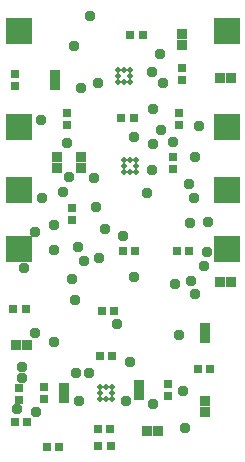
<source format=gbr>
G04 EAGLE Gerber RS-274X export*
G75*
%MOMM*%
%FSLAX34Y34*%
%LPD*%
%INSoldermask Top*%
%IPPOS*%
%AMOC8*
5,1,8,0,0,1.08239X$1,22.5*%
G01*
G04 Define Apertures*
%ADD10R,0.823200X0.853200*%
%ADD11R,0.823200X0.823200*%
%ADD12C,0.509200*%
%ADD13R,0.678200X0.703200*%
%ADD14R,0.703200X0.678200*%
%ADD15R,0.853200X0.823200*%
%ADD16R,2.203200X2.203200*%
%ADD17C,0.959600*%
D10*
X52070Y252755D03*
X52070Y261555D03*
D11*
X190425Y328700D03*
X199425Y328700D03*
X158008Y365835D03*
X158008Y356835D03*
D10*
X50734Y322605D03*
X50734Y331405D03*
D11*
X190425Y156225D03*
X199425Y156225D03*
D12*
X104220Y335200D03*
X109220Y335200D03*
X114220Y335200D03*
X104220Y330200D03*
X114220Y330200D03*
X104220Y325200D03*
X109220Y325200D03*
X114220Y325200D03*
D13*
X154013Y181893D03*
X164263Y181893D03*
X114643Y365207D03*
X124893Y365207D03*
D14*
X155790Y299145D03*
X155790Y288905D03*
X158568Y337478D03*
X158568Y327228D03*
X16476Y321885D03*
X16476Y332125D03*
D10*
X72785Y252755D03*
X72785Y261555D03*
D13*
X107023Y294830D03*
X117273Y294830D03*
D14*
X20379Y56455D03*
X20379Y66695D03*
X60653Y299378D03*
X60653Y289128D03*
X151066Y251803D03*
X151066Y262053D03*
D12*
X109300Y259000D03*
X114300Y259000D03*
X119300Y259000D03*
X109300Y254000D03*
X119300Y254000D03*
X109300Y249000D03*
X114300Y249000D03*
X119300Y249000D03*
D13*
X90745Y131584D03*
X100985Y131584D03*
X108293Y182417D03*
X118543Y182417D03*
X43755Y16479D03*
X53995Y16479D03*
X16853Y37266D03*
X27103Y37266D03*
D15*
X26645Y102933D03*
X17845Y102933D03*
D14*
X64864Y208855D03*
X64864Y219095D03*
D13*
X15583Y133259D03*
X25833Y133259D03*
D12*
X88980Y67230D03*
X93980Y67230D03*
X98980Y67230D03*
X88980Y62230D03*
X98980Y62230D03*
X88980Y57230D03*
X93980Y57230D03*
X98980Y57230D03*
D10*
X121920Y60420D03*
X121920Y69220D03*
D14*
X146720Y59700D03*
X146720Y69940D03*
D13*
X171683Y82330D03*
X181933Y82330D03*
D11*
X177410Y46350D03*
X177410Y55350D03*
X137800Y29870D03*
X128800Y29870D03*
D13*
X97780Y17220D03*
X87540Y17220D03*
X97558Y31750D03*
X87308Y31750D03*
D10*
X58570Y57880D03*
X58570Y66680D03*
D14*
X41500Y57160D03*
X41500Y67400D03*
D13*
X98828Y93150D03*
X88578Y93150D03*
D11*
X177970Y117480D03*
X177970Y108480D03*
D16*
X196160Y368399D03*
X20160Y368399D03*
X196160Y183799D03*
X196160Y287299D03*
X196160Y233599D03*
X20160Y233599D03*
X20160Y287299D03*
X20160Y183799D03*
D17*
X67056Y356108D03*
X172748Y288036D03*
X140208Y284988D03*
X133123Y333728D03*
X168078Y227330D03*
X139954Y349250D03*
X142240Y324612D03*
X117348Y278892D03*
X128778Y231140D03*
X110490Y55118D03*
X22860Y83820D03*
X67310Y140462D03*
X68580Y79248D03*
X134112Y52832D03*
X62230Y245110D03*
X133858Y302768D03*
X134112Y272796D03*
X150876Y274320D03*
X60960Y274066D03*
X152400Y154686D03*
X114300Y88392D03*
X22860Y74676D03*
X39624Y227076D03*
X169164Y262128D03*
X80264Y381109D03*
X164333Y239009D03*
X71120Y55118D03*
X86868Y324612D03*
X72390Y320294D03*
X85344Y219456D03*
X79248Y79248D03*
X168909Y145597D03*
X35024Y45720D03*
X108204Y195072D03*
X83820Y244376D03*
X50292Y182880D03*
X50292Y204216D03*
X103632Y120142D03*
X132842Y250444D03*
X75494Y173946D03*
X117348Y160020D03*
X18260Y48774D03*
X160528Y32766D03*
X159258Y63754D03*
X155448Y111252D03*
X176784Y169164D03*
X166116Y156972D03*
X92964Y201168D03*
X69855Y185470D03*
X33528Y112776D03*
X49784Y104902D03*
X179832Y181356D03*
X180242Y206784D03*
X33528Y198120D03*
X87630Y176276D03*
X165058Y205740D03*
X57912Y232156D03*
X65532Y158496D03*
X24384Y167640D03*
X39116Y292862D03*
M02*

</source>
